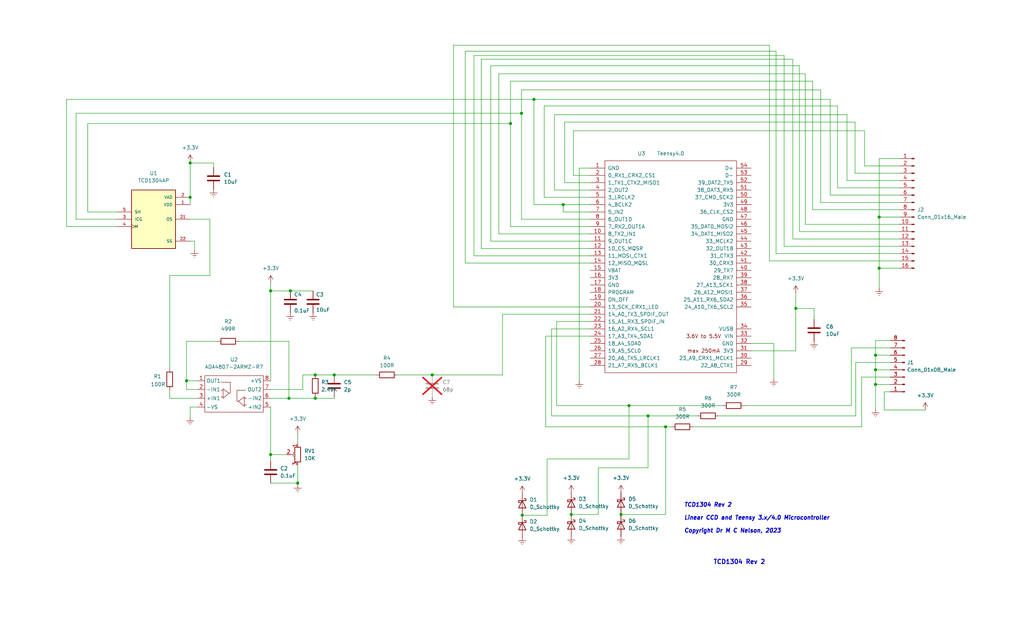
<source format=kicad_sch>
(kicad_sch (version 20231120) (generator "eeschema") (generator_version "8.0")
  (paper "USLegal")
  (lib_symbols
    (symbol "ADA4896-2:ADA4896-2"
      (property "Reference" "U" (at 0 5.08 0))
      (property "Value" "ADA4896-2" (at 0.508 7.874 0))
      (symbol "ADA4896-2_0_1"
        (polyline (pts (xy -3.81 -1.016) (xy -4.572 -1.016)))
        (polyline (pts (xy -3.81 1.27) (xy -4.572 1.27)))
        (polyline (pts (xy -3.81 1.27) (xy -3.81 1.27)))
        (polyline (pts (xy -2.032 4.064) (xy -4.572 4.064)))
        (polyline (pts (xy 3.556 -3.81) (xy 4.318 -3.81)))
        (polyline (pts (xy 3.556 -1.524) (xy 3.556 -1.524)))
        (polyline (pts (xy 3.556 -1.524) (xy 4.318 -1.524)))
        (polyline (pts (xy 4.064 1.27) (xy 1.778 1.27)))
        (polyline (pts (xy -3.81 1.778) (xy -3.81 -1.524) (xy -1.778 0.254) (xy -3.81 1.778)))
        (polyline (pts (xy -1.778 0.254) (xy -1.27 0.254) (xy -1.27 4.064) (xy -2.032 4.064)))
        (polyline (pts (xy 1.524 -2.54) (xy 1.016 -2.54) (xy 1.016 1.27) (xy 1.778 1.27)))
        (polyline (pts (xy 3.556 -1.016) (xy 3.556 -4.318) (xy 1.524 -2.54) (xy 3.556 -1.016)))
        (polyline (pts (xy -10.16 6.35) (xy -10.16 -6.35) (xy 10.16 -6.35) (xy 10.16 6.35) (xy -10.16 6.35)))
        (pin output line (at -12.7 4.572 0) (length 2.54) (name "OUT1") (number "1"))
        (pin input line (at -12.7 1.524 0) (length 2.54) (name "-IN1") (number "2"))
        (pin input line (at -12.7 -1.524 0) (length 2.54) (name "+IN1") (number "3"))
        (pin power_in line (at -12.7 -4.572 0) (length 2.54) (name "-VS") (number "4"))
        (pin input line (at 12.7 -4.572 180) (length 2.54) (name "+IN2") (number "5"))
        (pin input line (at 12.7 -1.524 180) (length 2.54) (name "-IN2") (number "6"))
        (pin output line (at 12.7 1.524 180) (length 2.54) (name "OUT2") (number "7"))
        (pin power_in line (at 12.7 4.572 180) (length 2.54) (name "+VS") (number "8"))
      )
    )
    (symbol "Connector:Conn_01x08_Male" (pin_names (offset 1.016) hide)
      (property "Reference" "J" (at 0 10.16 0))
      (property "Value" "Conn_01x08_Male" (at 0 -12.7 0))
      (symbol "Conn_01x08_Male_1_1"
        (polyline (pts (xy 1.27 -10.16) (xy 0.8636 -10.16)) (stroke (width 0.1524)))
        (polyline (pts (xy 1.27 -7.62) (xy 0.8636 -7.62)) (stroke (width 0.1524)))
        (polyline (pts (xy 1.27 -5.08) (xy 0.8636 -5.08)) (stroke (width 0.1524)))
        (polyline (pts (xy 1.27 -2.54) (xy 0.8636 -2.54)) (stroke (width 0.1524)))
        (polyline (pts (xy 1.27 0) (xy 0.8636 0)) (stroke (width 0.1524)))
        (polyline (pts (xy 1.27 2.54) (xy 0.8636 2.54)) (stroke (width 0.1524)))
        (polyline (pts (xy 1.27 5.08) (xy 0.8636 5.08)) (stroke (width 0.1524)))
        (polyline (pts (xy 1.27 7.62) (xy 0.8636 7.62)) (stroke (width 0.1524)))
        (rectangle (start 0.8636 -10.033) (end 0 -10.287) (stroke (width 0.1524)) (fill (type outline)))
        (rectangle (start 0.8636 -7.493) (end 0 -7.747) (stroke (width 0.1524)) (fill (type outline)))
        (rectangle (start 0.8636 -4.953) (end 0 -5.207) (stroke (width 0.1524)) (fill (type outline)))
        (rectangle (start 0.8636 -2.413) (end 0 -2.667) (stroke (width 0.1524)) (fill (type outline)))
        (rectangle (start 0.8636 0.127) (end 0 -0.127) (stroke (width 0.1524)) (fill (type outline)))
        (rectangle (start 0.8636 2.667) (end 0 2.413) (stroke (width 0.1524)) (fill (type outline)))
        (rectangle (start 0.8636 5.207) (end 0 4.953) (stroke (width 0.1524)) (fill (type outline)))
        (rectangle (start 0.8636 7.747) (end 0 7.493) (stroke (width 0.1524)) (fill (type outline)))
        (pin passive line (at 5.08 7.62 180) (length 3.81) (name "Pin_1") (number "1"))
        (pin passive line (at 5.08 5.08 180) (length 3.81) (name "Pin_2") (number "2"))
        (pin passive line (at 5.08 2.54 180) (length 3.81) (name "Pin_3") (number "3"))
        (pin passive line (at 5.08 0 180) (length 3.81) (name "Pin_4") (number "4"))
        (pin passive line (at 5.08 -2.54 180) (length 3.81) (name "Pin_5") (number "5"))
        (pin passive line (at 5.08 -5.08 180) (length 3.81) (name "Pin_6") (number "6"))
        (pin passive line (at 5.08 -7.62 180) (length 3.81) (name "Pin_7") (number "7"))
        (pin passive line (at 5.08 -10.16 180) (length 3.81) (name "Pin_8") (number "8"))
      )
    )
    (symbol "Connector:Conn_01x16_Male" (pin_names (offset 1.016) hide)
      (property "Reference" "J" (at 0 20.32 0))
      (property "Value" "Conn_01x16_Male" (at 0 -22.86 0))
      (symbol "Conn_01x16_Male_1_1"
        (polyline (pts (xy 1.27 -20.32) (xy 0.8636 -20.32)) (stroke (width 0.1524)))
        (polyline (pts (xy 1.27 -17.78) (xy 0.8636 -17.78)) (stroke (width 0.1524)))
        (polyline (pts (xy 1.27 -15.24) (xy 0.8636 -15.24)) (stroke (width 0.1524)))
        (polyline (pts (xy 1.27 -12.7) (xy 0.8636 -12.7)) (stroke (width 0.1524)))
        (polyline (pts (xy 1.27 -10.16) (xy 0.8636 -10.16)) (stroke (width 0.1524)))
        (polyline (pts (xy 1.27 -7.62) (xy 0.8636 -7.62)) (stroke (width 0.1524)))
        (polyline (pts (xy 1.27 -5.08) (xy 0.8636 -5.08)) (stroke (width 0.1524)))
        (polyline (pts (xy 1.27 -2.54) (xy 0.8636 -2.54)) (stroke (width 0.1524)))
        (polyline (pts (xy 1.27 0) (xy 0.8636 0)) (stroke (width 0.1524)))
        (polyline (pts (xy 1.27 2.54) (xy 0.8636 2.54)) (stroke (width 0.1524)))
        (polyline (pts (xy 1.27 5.08) (xy 0.8636 5.08)) (stroke (width 0.1524)))
        (polyline (pts (xy 1.27 7.62) (xy 0.8636 7.62)) (stroke (width 0.1524)))
        (polyline (pts (xy 1.27 10.16) (xy 0.8636 10.16)) (stroke (width 0.1524)))
        (polyline (pts (xy 1.27 12.7) (xy 0.8636 12.7)) (stroke (width 0.1524)))
        (polyline (pts (xy 1.27 15.24) (xy 0.8636 15.24)) (stroke (width 0.1524)))
        (polyline (pts (xy 1.27 17.78) (xy 0.8636 17.78)) (stroke (width 0.1524)))
        (rectangle (start 0.8636 -20.193) (end 0 -20.447) (stroke (width 0.1524)) (fill (type outline)))
        (rectangle (start 0.8636 -17.653) (end 0 -17.907) (stroke (width 0.1524)) (fill (type outline)))
        (rectangle (start 0.8636 -15.113) (end 0 -15.367) (stroke (width 0.1524)) (fill (type outline)))
        (rectangle (start 0.8636 -12.573) (end 0 -12.827) (stroke (width 0.1524)) (fill (type outline)))
        (rectangle (start 0.8636 -10.033) (end 0 -10.287) (stroke (width 0.1524)) (fill (type outline)))
        (rectangle (start 0.8636 -7.493) (end 0 -7.747) (stroke (width 0.1524)) (fill (type outline)))
        (rectangle (start 0.8636 -4.953) (end 0 -5.207) (stroke (width 0.1524)) (fill (type outline)))
        (rectangle (start 0.8636 -2.413) (end 0 -2.667) (stroke (width 0.1524)) (fill (type outline)))
        (rectangle (start 0.8636 0.127) (end 0 -0.127) (stroke (width 0.1524)) (fill (type outline)))
        (rectangle (start 0.8636 2.667) (end 0 2.413) (stroke (width 0.1524)) (fill (type outline)))
        (rectangle (start 0.8636 5.207) (end 0 4.953) (stroke (width 0.1524)) (fill (type outline)))
        (rectangle (start 0.8636 7.747) (end 0 7.493) (stroke (width 0.1524)) (fill (type outline)))
        (rectangle (start 0.8636 10.287) (end 0 10.033) (stroke (width 0.1524)) (fill (type outline)))
        (rectangle (start 0.8636 12.827) (end 0 12.573) (stroke (width 0.1524)) (fill (type outline)))
        (rectangle (start 0.8636 15.367) (end 0 15.113) (stroke (width 0.1524)) (fill (type outline)))
        (rectangle (start 0.8636 17.907) (end 0 17.653) (stroke (width 0.1524)) (fill (type outline)))
        (pin passive line (at 5.08 17.78 180) (length 3.81) (name "Pin_1") (number "1"))
        (pin passive line (at 5.08 -5.08 180) (length 3.81) (name "Pin_10") (number "10"))
        (pin passive line (at 5.08 -7.62 180) (length 3.81) (name "Pin_11") (number "11"))
        (pin passive line (at 5.08 -10.16 180) (length 3.81) (name "Pin_12") (number "12"))
        (pin passive line (at 5.08 -12.7 180) (length 3.81) (name "Pin_13") (number "13"))
        (pin passive line (at 5.08 -15.24 180) (length 3.81) (name "Pin_14") (number "14"))
        (pin passive line (at 5.08 -17.78 180) (length 3.81) (name "Pin_15") (number "15"))
        (pin passive line (at 5.08 -20.32 180) (length 3.81) (name "Pin_16") (number "16"))
        (pin passive line (at 5.08 15.24 180) (length 3.81) (name "Pin_2") (number "2"))
        (pin passive line (at 5.08 12.7 180) (length 3.81) (name "Pin_3") (number "3"))
        (pin passive line (at 5.08 10.16 180) (length 3.81) (name "Pin_4") (number "4"))
        (pin passive line (at 5.08 7.62 180) (length 3.81) (name "Pin_5") (number "5"))
        (pin passive line (at 5.08 5.08 180) (length 3.81) (name "Pin_6") (number "6"))
        (pin passive line (at 5.08 2.54 180) (length 3.81) (name "Pin_7") (number "7"))
        (pin passive line (at 5.08 0 180) (length 3.81) (name "Pin_8") (number "8"))
        (pin passive line (at 5.08 -2.54 180) (length 3.81) (name "Pin_9") (number "9"))
      )
    )
    (symbol "D_Schottky_1" (pin_numbers hide) (pin_names (offset 1.016) hide)
      (property "Reference" "D?" (at -1.5876 2.54 90))
      (property "Value" "D_Schottky" (at 0.9524 2.54 90))
      (symbol "D_Schottky_1_0_1"
        (polyline (pts (xy 1.27 0) (xy -1.27 0)))
        (polyline (pts (xy 1.27 1.27) (xy 1.27 -1.27) (xy -1.27 0) (xy 1.27 1.27)) (stroke (width 0.254)))
        (polyline (pts (xy -1.905 0.635) (xy -1.905 1.27) (xy -1.27 1.27) (xy -1.27 -1.27) (xy -0.635 -1.27) (xy -0.635 -0.635)) (stroke (width 0.254)))
      )
      (symbol "D_Schottky_1_1_1"
        (pin passive line (at -3.81 0 0) (length 2.54) (name "K") (number "1"))
        (pin passive line (at 3.81 0 180) (length 2.54) (name "A") (number "2"))
      )
    )
    (symbol "Device:C" (pin_numbers hide) (pin_names (offset 0.254))
      (property "Reference" "C" (at 0.635 2.54 0))
      (property "Value" "C" (at 0.635 -2.54 0))
      (symbol "C_0_1"
        (polyline (pts (xy -2.032 -0.762) (xy 2.032 -0.762)) (stroke (width 0.508)))
        (polyline (pts (xy -2.032 0.762) (xy 2.032 0.762)) (stroke (width 0.508)))
      )
      (symbol "C_1_1"
        (pin passive line (at 0 3.81 270) (length 2.794) (name "~") (number "1"))
        (pin passive line (at 0 -3.81 90) (length 2.794) (name "~") (number "2"))
      )
    )
    (symbol "Device:R" (pin_numbers hide) (pin_names (offset 0))
      (property "Reference" "R" (at 2.032 0 90))
      (property "Value" "R" (at 0 0 90))
      (symbol "R_0_1"
        (rectangle (start -1.016 -2.54) (end 1.016 2.54) (stroke (width 0.254)))
      )
      (symbol "R_1_1"
        (pin passive line (at 0 3.81 270) (length 1.27) (name "~") (number "1"))
        (pin passive line (at 0 -3.81 90) (length 1.27) (name "~") (number "2"))
      )
    )
    (symbol "Device:R_Potentiometer_Trim" (pin_names (offset 1.016) hide)
      (property "Reference" "RV" (at -4.445 0 90))
      (property "Value" "R_Potentiometer_Trim" (at -2.54 0 90))
      (symbol "R_Potentiometer_Trim_0_1"
        (polyline (pts (xy 1.524 0.762) (xy 1.524 -0.762)))
        (polyline (pts (xy 2.54 0) (xy 1.524 0)))
        (rectangle (start 1.016 2.54) (end -1.016 -2.54) (stroke (width 0.254)))
      )
      (symbol "R_Potentiometer_Trim_1_1"
        (pin passive line (at 0 3.81 270) (length 1.27) (name "1") (number "1"))
        (pin passive line (at 3.81 0 180) (length 1.27) (name "2") (number "2"))
        (pin passive line (at 0 -3.81 90) (length 1.27) (name "3") (number "3"))
      )
    )
    (symbol "TCD1304AP:TCD1304AP" (pin_names (offset 1.016))
      (property "Reference" "U" (at -7.6308 10.6831 0))
      (property "Value" "TCD1304AP" (at -7.636 -12.7267 0))
      (symbol "TCD1304AP_0_0"
        (rectangle (start -7.62 -10.16) (end 7.62 10.16) (stroke (width 0.254)) (fill (type background)))
        (pin power_in line (at 12.7 5.08 180) (length 5.08) (name "VDD") (number "1"))
        (pin power_in line (at 12.7 7.62 180) (length 5.08) (name "VAD") (number "2"))
        (pin output line (at 12.7 0 180) (length 5.08) (name "OS") (number "21"))
        (pin power_in line (at 12.7 -7.62 180) (length 5.08) (name "SS") (number "22"))
        (pin input line (at -12.7 0 0) (length 5.08) (name "ICG") (number "3"))
        (pin input clock (at -12.7 -2.54 0) (length 5.08) (name "M") (number "4"))
        (pin input line (at -12.7 2.54 0) (length 5.08) (name "SH") (number "5"))
      )
    )
    (symbol "Teensy:Teensy4.0" (pin_names (offset 1.016))
      (property "Reference" "U" (at 0 39.37 0))
      (property "Value" "Teensy4.0" (at 0 -39.37 0))
      (symbol "Teensy4.0_0_0"
        (text "3.6V to 5.5V" (at 11.43 -24.13 0) (effects (font (size 1.27 1.27))))
        (text "max 250mA" (at 11.43 -29.21 0) (effects (font (size 1.27 1.27))))
        (pin bidirectional line (at -27.94 11.43 0) (length 5.08) (name "8_TX2_IN1") (number "10"))
        (pin bidirectional line (at -27.94 8.89 0) (length 5.08) (name "9_OUT1C") (number "11"))
        (pin bidirectional line (at -27.94 6.35 0) (length 5.08) (name "10_CS_MQSR") (number "12"))
        (pin bidirectional line (at -27.94 3.81 0) (length 5.08) (name "11_MOSI_CTX1") (number "13"))
        (pin bidirectional line (at -27.94 1.27 0) (length 5.08) (name "12_MISO_MQSL") (number "14"))
        (pin power_in line (at -27.94 -1.27 0) (length 5.08) (name "VBAT") (number "15"))
        (pin power_in line (at -27.94 -3.81 0) (length 5.08) (name "3V3") (number "16"))
        (pin power_in line (at -27.94 -6.35 0) (length 5.08) (name "GND") (number "17"))
        (pin input line (at -27.94 -8.89 0) (length 5.08) (name "PROGRAM") (number "18"))
        (pin input line (at -27.94 -11.43 0) (length 5.08) (name "ON_OFF") (number "19"))
        (pin bidirectional line (at -27.94 -13.97 0) (length 5.08) (name "13_SCK_CRX1_LED") (number "20"))
        (pin bidirectional line (at -27.94 -16.51 0) (length 5.08) (name "14_A0_TX3_SPDIF_OUT") (number "21"))
        (pin bidirectional line (at -27.94 -19.05 0) (length 5.08) (name "15_A1_RX3_SPDIF_IN") (number "22"))
        (pin bidirectional line (at -27.94 -21.59 0) (length 5.08) (name "16_A2_RX4_SCL1") (number "23"))
        (pin bidirectional line (at -27.94 -24.13 0) (length 5.08) (name "17_A3_TX4_SDA1") (number "24"))
        (pin bidirectional line (at -27.94 -26.67 0) (length 5.08) (name "18_A4_SDA0") (number "25"))
        (pin bidirectional line (at -27.94 -29.21 0) (length 5.08) (name "19_A5_SCL0") (number "26"))
        (pin bidirectional line (at -27.94 -31.75 0) (length 5.08) (name "20_A6_TX5_LRCLK1") (number "27"))
        (pin bidirectional line (at -27.94 -34.29 0) (length 5.08) (name "21_A7_RX5_BCLK1") (number "28"))
        (pin bidirectional line (at 27.94 -34.29 180) (length 5.08) (name "22_A8_CTX1") (number "29"))
        (pin bidirectional line (at 27.94 -31.75 180) (length 5.08) (name "23_A9_CRX1_MCLK1") (number "30"))
        (pin power_out line (at 27.94 -29.21 180) (length 5.08) (name "3V3") (number "31"))
        (pin power_in line (at 27.94 -26.67 180) (length 5.08) (name "GND") (number "32"))
        (pin power_in line (at 27.94 -24.13 180) (length 5.08) (name "VIN") (number "33"))
        (pin power_out line (at 27.94 -21.59 180) (length 5.08) (name "VUSB") (number "34"))
        (pin bidirectional line (at 27.94 -13.97 180) (length 5.08) (name "24_A10_TX6_SCL2") (number "35"))
        (pin bidirectional line (at 27.94 -11.43 180) (length 5.08) (name "25_A11_RX6_SDA2") (number "36"))
        (pin bidirectional line (at 27.94 -8.89 180) (length 5.08) (name "26_A12_MOSI1") (number "37"))
        (pin bidirectional line (at 27.94 -6.35 180) (length 5.08) (name "27_A13_SCK1") (number "38"))
        (pin bidirectional line (at 27.94 -3.81 180) (length 5.08) (name "28_RX7") (number "39"))
        (pin bidirectional line (at 27.94 -1.27 180) (length 5.08) (name "29_TX7") (number "40"))
        (pin bidirectional line (at 27.94 1.27 180) (length 5.08) (name "30_CRX3") (number "41"))
        (pin bidirectional line (at 27.94 3.81 180) (length 5.08) (name "31_CTX3") (number "42"))
        (pin bidirectional line (at 27.94 6.35 180) (length 5.08) (name "32_OUT1B") (number "43"))
        (pin bidirectional line (at 27.94 8.89 180) (length 5.08) (name "33_MCLK2") (number "44"))
        (pin bidirectional line (at 27.94 11.43 180) (length 5.08) (name "34_DAT1_MISO2") (number "45"))
        (pin bidirectional line (at 27.94 13.97 180) (length 5.08) (name "35_DAT0_MOSI2") (number "46"))
        (pin power_out line (at 27.94 16.51 180) (length 5.08) (name "GND") (number "47"))
        (pin bidirectional line (at 27.94 19.05 180) (length 5.08) (name "36_CLK_CS2") (number "48"))
        (pin power_out line (at 27.94 21.59 180) (length 5.08) (name "3V3") (number "49"))
        (pin bidirectional line (at -27.94 24.13 0) (length 5.08) (name "3_LRCLK2") (number "5"))
        (pin bidirectional line (at 27.94 24.13 180) (length 5.08) (name "37_CMD_SCK2") (number "50"))
        (pin bidirectional line (at 27.94 26.67 180) (length 5.08) (name "38_DAT3_RX5") (number "51"))
        (pin bidirectional line (at 27.94 29.21 180) (length 5.08) (name "39_DAT2_TX5") (number "52"))
        (pin bidirectional line (at 27.94 31.75 180) (length 5.08) (name "D-") (number "53"))
        (pin bidirectional line (at 27.94 34.29 180) (length 5.08) (name "D+") (number "54"))
        (pin bidirectional line (at -27.94 21.59 0) (length 5.08) (name "4_BCLK2") (number "6"))
        (pin bidirectional line (at -27.94 19.05 0) (length 5.08) (name "5_IN2") (number "7"))
        (pin bidirectional line (at -27.94 16.51 0) (length 5.08) (name "6_OUT1D") (number "8"))
        (pin bidirectional line (at -27.94 13.97 0) (length 5.08) (name "7_RX2_OUT1A") (number "9"))
      )
      (symbol "Teensy4.0_0_1"
        (rectangle (start -22.86 36.83) (end 22.86 -36.83))
        (rectangle (start -20.32 -31.75) (end -20.32 -31.75))
      )
      (symbol "Teensy4.0_1_1"
        (pin power_in line (at -27.94 34.29 0) (length 5.08) (name "GND") (number "1"))
        (pin bidirectional line (at -27.94 31.75 0) (length 5.08) (name "0_RX1_CRX2_CS1") (number "2"))
        (pin bidirectional line (at -27.94 29.21 0) (length 5.08) (name "1_TX1_CTX2_MISO1") (number "3"))
        (pin bidirectional line (at -27.94 26.67 0) (length 5.08) (name "2_OUT2") (number "4"))
      )
    )
    (symbol "power:+3.3V" (power) (pin_names (offset 0))
      (property "Value" "+3.3V" (at 0 3.556 0))
      (symbol "+3.3V_0_1"
        (polyline (pts (xy -0.762 1.27) (xy 0 2.54)))
        (polyline (pts (xy 0 0) (xy 0 2.54)))
        (polyline (pts (xy 0 2.54) (xy 0.762 1.27)))
      )
      (symbol "+3.3V_1_1"
        (pin power_in line (at 0 0 90) (length 0) hide (name "+3.3V") (number "1"))
      )
    )
    (symbol "power:Earth" (power) (pin_names (offset 0))
      (symbol "Earth_0_1"
        (polyline (pts (xy -0.635 -1.905) (xy 0.635 -1.905)))
        (polyline (pts (xy -0.127 -2.54) (xy 0.127 -2.54)))
        (polyline (pts (xy 0 -1.27) (xy 0 0)))
        (polyline (pts (xy 1.27 -1.27) (xy -1.27 -1.27)))
      )
      (symbol "Earth_1_1"
        (pin power_in line (at 0 0 270) (length 0) hide (name "Earth") (number "1"))
      )
    )
  )
  (junction (at 109.474 130.302))
  (junction (at 93.98 101.092))
  (junction (at 304.038 123.444))
  (junction (at 150.114 130.302))
  (junction (at 305.308 75.438))
  (junction (at 276.352 107.188))
  (junction (at 93.98 157.988))
  (junction (at 195.58 71.12))
  (junction (at 181.356 179.07))
  (junction (at 225.044 144.526))
  (junction (at 198.374 178.816))
  (junction (at 100.838 101.092))
  (junction (at 218.44 140.97))
  (junction (at 116.078 130.302))
  (junction (at 304.038 133.604))
  (junction (at 64.77 132.334))
  (junction (at 100.33 138.43))
  (junction (at 181.102 39.37))
  (junction (at 215.646 178.816))
  (junction (at 109.474 138.43))
  (junction (at 177.292 42.926))
  (junction (at 66.04 56.642))
  (junction (at 185.42 34.544))
  (junction (at 231.14 148.336))
  (junction (at 305.308 93.218))
  (junction (at 103.378 167.894))
  (junction (at 66.04 68.58))
  (junction (at 304.038 128.524))
  (wire (pts (xy 277.622 80.518) (xy 312.42 80.518)))
  (wire (pts (xy 67.564 83.82) (xy 67.564 86.868)))
  (wire (pts (xy 138.176 130.302) (xy 150.114 130.302)))
  (wire (pts (xy 66.04 145.034) (xy 66.04 141.478)))
  (wire (pts (xy 198.374 178.816) (xy 207.772 178.816)))
  (wire (pts (xy 312.42 85.598) (xy 272.288 85.598)))
  (wire (pts (xy 304.038 118.364) (xy 309.118 118.364)))
  (wire (pts (xy 304.038 123.444) (xy 309.118 123.444)))
  (wire (pts (xy 100.33 138.43) (xy 93.98 138.43)))
  (wire (pts (xy 260.858 121.92) (xy 276.352 121.92)))
  (wire (pts (xy 312.42 65.278) (xy 290.83 65.278)))
  (wire (pts (xy 189.992 159.512) (xy 189.992 179.07)))
  (wire (pts (xy 294.132 39.878) (xy 294.132 62.738)))
  (wire (pts (xy 68.58 138.43) (xy 58.928 138.43)))
  (wire (pts (xy 40.64 78.74) (xy 23.114 78.74)))
  (wire (pts (xy 290.83 65.278) (xy 290.83 36.83)))
  (wire (pts (xy 249.682 144.526) (xy 297.18 144.526)))
  (wire (pts (xy 66.04 56.388) (xy 66.04 56.642)))
  (wire (pts (xy 93.98 157.988) (xy 93.98 141.478)))
  (wire (pts (xy 231.14 148.336) (xy 189.484 148.336)))
  (wire (pts (xy 204.978 88.9) (xy 164.592 88.9)))
  (wire (pts (xy 204.978 66.04) (xy 192.532 66.04)))
  (wire (pts (xy 305.308 75.438) (xy 305.308 93.218)))
  (wire (pts (xy 297.18 144.526) (xy 297.18 125.984)))
  (wire (pts (xy 279.654 25.654) (xy 279.654 77.978)))
  (wire (pts (xy 204.978 76.2) (xy 181.102 76.2)))
  (wire (pts (xy 196.088 63.5) (xy 204.978 63.5)))
  (wire (pts (xy 276.352 107.188) (xy 276.352 101.854)))
  (wire (pts (xy 312.42 88.138) (xy 269.494 88.138)))
  (wire (pts (xy 116.078 138.43) (xy 116.078 137.922)))
  (wire (pts (xy 275.336 20.574) (xy 167.132 20.574)))
  (wire (pts (xy 74.168 58.166) (xy 74.168 56.642)))
  (wire (pts (xy 204.978 114.3) (xy 191.516 114.3)))
  (wire (pts (xy 150.114 130.302) (xy 174.498 130.302)))
  (wire (pts (xy 58.928 95.758) (xy 72.898 95.758)))
  (wire (pts (xy 296.926 60.198) (xy 296.926 42.418)))
  (wire (pts (xy 312.42 55.118) (xy 305.308 55.118)))
  (wire (pts (xy 181.102 31.242) (xy 284.988 31.242)))
  (wire (pts (xy 64.77 118.618) (xy 64.77 132.334)))
  (wire (pts (xy 189.484 116.84) (xy 204.978 116.84)))
  (wire (pts (xy 299.212 148.336) (xy 240.792 148.336)))
  (wire (pts (xy 305.308 55.118) (xy 305.308 75.438)))
  (wire (pts (xy 282.194 72.898) (xy 282.194 28.194)))
  (wire (pts (xy 267.208 15.748) (xy 267.208 90.678)))
  (wire (pts (xy 294.132 62.738) (xy 312.42 62.738)))
  (wire (pts (xy 66.04 68.58) (xy 66.04 71.12)))
  (wire (pts (xy 215.646 178.816) (xy 231.14 178.816)))
  (wire (pts (xy 99.568 157.988) (xy 93.98 157.988)))
  (wire (pts (xy 304.038 128.524) (xy 304.038 123.444)))
  (wire (pts (xy 177.292 42.926) (xy 177.292 78.74)))
  (wire (pts (xy 164.592 19.304) (xy 164.592 88.9)))
  (wire (pts (xy 277.622 22.86) (xy 277.622 80.518)))
  (wire (pts (xy 170.434 83.82) (xy 170.434 22.86)))
  (wire (pts (xy 105.156 130.302) (xy 109.474 130.302)))
  (wire (pts (xy 312.42 90.678) (xy 267.208 90.678)))
  (wire (pts (xy 161.544 17.78) (xy 269.494 17.78)))
  (wire (pts (xy 305.308 93.218) (xy 312.42 93.218)))
  (wire (pts (xy 275.336 20.574) (xy 275.336 83.058)))
  (wire (pts (xy 64.77 135.382) (xy 64.77 132.334)))
  (wire (pts (xy 204.978 81.28) (xy 173.228 81.28)))
  (wire (pts (xy 304.038 133.604) (xy 309.118 133.604)))
  (wire (pts (xy 300.228 57.658) (xy 312.42 57.658)))
  (wire (pts (xy 68.58 135.382) (xy 64.77 135.382)))
  (wire (pts (xy 23.114 34.544) (xy 185.42 34.544)))
  (wire (pts (xy 288.29 67.818) (xy 312.42 67.818)))
  (wire (pts (xy 304.038 128.524) (xy 309.118 128.524)))
  (wire (pts (xy 93.98 101.092) (xy 93.98 132.334)))
  (wire (pts (xy 297.18 125.984) (xy 309.118 125.984)))
  (wire (pts (xy 26.416 39.37) (xy 26.416 76.2)))
  (wire (pts (xy 307.086 142.494) (xy 321.31 142.494)))
  (wire (pts (xy 167.132 20.574) (xy 167.132 86.36)))
  (wire (pts (xy 188.976 68.58) (xy 204.978 68.58)))
  (wire (pts (xy 272.288 19.304) (xy 164.592 19.304)))
  (wire (pts (xy 295.656 140.97) (xy 258.572 140.97)))
  (wire (pts (xy 181.102 39.37) (xy 181.102 76.2)))
  (wire (pts (xy 177.292 28.194) (xy 177.292 42.926)))
  (wire (pts (xy 295.656 120.904) (xy 295.656 140.97)))
  (wire (pts (xy 167.132 86.36) (xy 204.978 86.36)))
  (wire (pts (xy 282.702 107.188) (xy 276.352 107.188)))
  (wire (pts (xy 191.516 144.526) (xy 225.044 144.526)))
  (wire (pts (xy 58.928 138.43) (xy 58.928 135.636)))
  (wire (pts (xy 177.292 78.74) (xy 204.978 78.74)))
  (wire (pts (xy 58.928 128.016) (xy 58.928 95.758)))
  (wire (pts (xy 304.038 133.604) (xy 304.038 128.524)))
  (wire (pts (xy 192.532 39.878) (xy 294.132 39.878)))
  (wire (pts (xy 199.136 60.96) (xy 199.136 45.466)))
  (wire (pts (xy 103.378 161.798) (xy 103.378 167.894)))
  (wire (pts (xy 30.48 73.66) (xy 40.64 73.66)))
  (wire (pts (xy 100.33 118.618) (xy 100.33 138.43)))
  (wire (pts (xy 185.42 34.544) (xy 185.42 71.12)))
  (wire (pts (xy 109.474 137.922) (xy 109.474 138.43)))
  (wire (pts (xy 268.732 119.38) (xy 268.732 131.572)))
  (wire (pts (xy 272.288 19.304) (xy 272.288 85.598)))
  (wire (pts (xy 204.978 83.82) (xy 170.434 83.82)))
  (wire (pts (xy 288.29 34.544) (xy 288.29 67.818)))
  (wire (pts (xy 193.294 140.97) (xy 193.294 111.76)))
  (wire (pts (xy 312.42 72.898) (xy 282.194 72.898)))
  (wire (pts (xy 26.416 76.2) (xy 40.64 76.2)))
  (wire (pts (xy 103.378 167.894) (xy 103.378 168.402)))
  (wire (pts (xy 193.294 111.76) (xy 204.978 111.76)))
  (wire (pts (xy 83.058 118.618) (xy 100.33 118.618)))
  (wire (pts (xy 181.102 39.37) (xy 181.102 31.242)))
  (wire (pts (xy 296.926 42.418) (xy 196.088 42.418)))
  (wire (pts (xy 196.088 42.418) (xy 196.088 63.5)))
  (wire (pts (xy 290.83 36.83) (xy 188.976 36.83)))
  (wire (pts (xy 312.42 60.198) (xy 296.926 60.198)))
  (wire (pts (xy 109.474 138.43) (xy 116.078 138.43)))
  (wire (pts (xy 93.98 167.894) (xy 103.378 167.894)))
  (wire (pts (xy 305.308 93.218) (xy 305.308 100.076)))
  (wire (pts (xy 161.544 91.44) (xy 161.544 17.78)))
  (wire (pts (xy 26.416 39.37) (xy 181.102 39.37)))
  (wire (pts (xy 188.976 36.83) (xy 188.976 68.58)))
  (wire (pts (xy 225.044 162.56) (xy 207.772 162.56)))
  (wire (pts (xy 204.978 71.12) (xy 195.58 71.12)))
  (wire (pts (xy 307.086 136.144) (xy 307.086 142.494)))
  (wire (pts (xy 195.58 71.12) (xy 195.58 73.66)))
  (wire (pts (xy 199.136 45.466) (xy 300.228 45.466)))
  (wire (pts (xy 300.228 45.466) (xy 300.228 57.658)))
  (wire (pts (xy 204.978 91.44) (xy 161.544 91.44)))
  (wire (pts (xy 66.04 83.82) (xy 67.564 83.82)))
  (wire (pts (xy 195.58 73.66) (xy 204.978 73.66)))
  (wire (pts (xy 116.078 130.302) (xy 130.556 130.302)))
  (wire (pts (xy 282.702 107.188) (xy 282.702 110.998)))
  (wire (pts (xy 225.044 144.526) (xy 242.062 144.526)))
  (wire (pts (xy 207.772 162.56) (xy 207.772 178.816)))
  (wire (pts (xy 72.898 95.758) (xy 72.898 76.2)))
  (wire (pts (xy 109.474 130.302) (xy 116.078 130.302)))
  (wire (pts (xy 282.194 28.194) (xy 177.292 28.194)))
  (wire (pts (xy 279.654 77.978) (xy 312.42 77.978)))
  (wire (pts (xy 304.038 133.604) (xy 304.038 142.24)))
  (wire (pts (xy 174.498 130.302) (xy 174.498 109.22)))
  (wire (pts (xy 30.48 42.926) (xy 30.48 73.66)))
  (wire (pts (xy 309.118 136.144) (xy 307.086 136.144)))
  (wire (pts (xy 105.156 135.382) (xy 105.156 130.302)))
  (wire (pts (xy 157.48 106.68) (xy 204.978 106.68)))
  (wire (pts (xy 75.438 118.618) (xy 64.77 118.618)))
  (wire (pts (xy 193.294 140.97) (xy 218.44 140.97)))
  (wire (pts (xy 173.228 25.654) (xy 279.654 25.654)))
  (wire (pts (xy 218.44 140.97) (xy 218.44 159.512)))
  (wire (pts (xy 299.212 131.064) (xy 309.118 131.064)))
  (wire (pts (xy 233.172 148.336) (xy 231.14 148.336)))
  (wire (pts (xy 181.356 179.07) (xy 189.992 179.07)))
  (wire (pts (xy 284.988 31.242) (xy 284.988 70.358)))
  (wire (pts (xy 174.498 109.22) (xy 204.978 109.22)))
  (wire (pts (xy 66.04 76.2) (xy 72.898 76.2)))
  (wire (pts (xy 204.978 60.96) (xy 199.136 60.96)))
  (wire (pts (xy 260.858 119.38) (xy 268.732 119.38)))
  (wire (pts (xy 299.212 131.064) (xy 299.212 148.336)))
  (wire (pts (xy 93.98 157.988) (xy 93.98 160.274)))
  (wire (pts (xy 250.952 140.97) (xy 218.44 140.97)))
  (wire (pts (xy 191.516 114.3) (xy 191.516 144.526)))
  (wire (pts (xy 30.48 42.926) (xy 177.292 42.926)))
  (wire (pts (xy 23.114 78.74) (xy 23.114 34.544)))
  (wire (pts (xy 192.532 66.04) (xy 192.532 39.878)))
  (wire (pts (xy 157.48 15.748) (xy 267.208 15.748)))
  (wire (pts (xy 170.434 22.86) (xy 277.622 22.86)))
  (wire (pts (xy 93.98 98.298) (xy 93.98 101.092)))
  (wire (pts (xy 74.168 56.642) (xy 66.04 56.642)))
  (wire (pts (xy 276.352 121.92) (xy 276.352 107.188)))
  (wire (pts (xy 231.14 148.336) (xy 231.14 178.816)))
  (wire (pts (xy 93.98 135.382) (xy 105.156 135.382)))
  (wire (pts (xy 309.118 120.904) (xy 295.656 120.904)))
  (wire (pts (xy 157.48 106.68) (xy 157.48 15.748)))
  (wire (pts (xy 201.168 132.334) (xy 201.168 58.42)))
  (wire (pts (xy 185.42 71.12) (xy 195.58 71.12)))
  (wire (pts (xy 189.992 159.512) (xy 218.44 159.512)))
  (wire (pts (xy 66.04 56.642) (xy 66.04 68.58)))
  (wire (pts (xy 108.712 101.092) (xy 100.838 101.092)))
  (wire (pts (xy 201.168 58.42) (xy 204.978 58.42)))
  (wire (pts (xy 275.336 83.058) (xy 312.42 83.058)))
  (wire (pts (xy 64.77 132.334) (xy 68.58 132.334)))
  (wire (pts (xy 269.494 17.78) (xy 269.494 88.138)))
  (wire (pts (xy 93.98 101.092) (xy 100.838 101.092)))
  (wire (pts (xy 284.988 70.358) (xy 312.42 70.358)))
  (wire (pts (xy 103.378 150.622) (xy 103.378 154.178)))
  (wire (pts (xy 225.044 144.526) (xy 225.044 162.56)))
  (wire (pts (xy 189.484 148.336) (xy 189.484 116.84)))
  (wire (pts (xy 305.308 75.438) (xy 312.42 75.438)))
  (wire (pts (xy 100.33 138.43) (xy 109.474 138.43)))
  (wire (pts (xy 185.42 34.544) (xy 288.29 34.544)))
  (wire (pts (xy 304.038 123.444) (xy 304.038 118.364)))
  (wire (pts (xy 173.228 81.28) (xy 173.228 25.654)))
  (wire (pts (xy 66.04 141.478) (xy 68.58 141.478)))
  (text "TCD1304 Rev 2\n\nLinear CCD and Teensy 3.x/4.0 Microcontroller\n\nCopyright Dr M C Nelson, 2023" (at 237.49 185.42 0) (effects (font (size 1.397 1.397) (thickness 0.3048) (bold yes) (italic yes)) (justify left bottom)))
  (text "TCD1304 Rev 2" (at 247.65 196.342 0) (effects (font (size 1.524 1.524) (thickness 0.3048) (bold yes)) (justify left bottom)))
  (symbol (lib_id "power:Earth") (at 305.308 100.076 0) (mirror y) (unit 1)
    (property "Reference" "#PWR020" (effects (hide yes)))
    (property "Value" "Earth" (effects (hide yes)))
  )
  (symbol (lib_id "Device:R") (at 58.928 131.826 0) (unit 1)
    (property "Reference" "R1" (at 53.34 130.81 0) (effects (justify left)))
    (property "Value" "100R" (at 52.324 133.604 0) (effects (justify left)))
    (property "Footprint" "Resistor_SMD:R_0603_1608Metric" (effects (hide yes)))
    (property "Description" "RES 100 OHM 1% 1/8W 0603" (effects (hide yes)))
    (property "Digikey" "2019-RK73H1JTTD1000FCT-ND" (effects (hide yes)))
  )
  (symbol (lib_id "ADA4896-2:ADA4896-2") (at 81.28 136.906 0) (unit 1)
    (property "Reference" "U2" (at 81.28 124.968 0))
    (property "Value" "ADA4807-2ARMZ-R7" (at 81.28 127.508 0))
    (property "Footprint" "Package_SO:MSOP-8_3x3mm_P0.65mm" (effects (hide yes)))
    (property "Description" "IC VOLTAGE FEEDBACK 2 CIRC 8MSOP" (effects (hide yes)))
    (property "Digikey" "ADA4807-2ARMZ-R7CT-ND" (effects (hide yes)))
  )
  (symbol (lib_id "Device:C") (at 282.702 114.808 0) (unit 1)
    (property "Reference" "C6" (at 286.766 113.5379 0) (effects (justify left)))
    (property "Value" "10uF" (at 286.766 116.0779 0) (effects (justify left)))
    (property "Footprint" "Capacitor_SMD:C_0603_1608Metric" (effects (hide yes)))
    (property "Description" "CAP CER 10UF 16V X5R 0603" (effects (hide yes)))
    (property "Digikey" "490-12317-1-ND" (effects (hide yes)))
  )
  (symbol (lib_id "Device:R") (at 79.248 118.618 90) (unit 1)
    (property "Reference" "R2" (at 79.248 111.76 90))
    (property "Value" "499R" (at 79.248 114.3 90))
    (property "Footprint" "Resistor_SMD:R_0603_1608Metric" (effects (hide yes)))
    (property "Description" "RES 499 OHM 1% 1/8W 0603" (effects (hide yes)))
    (property "Digikey" "2019-RK73H1JTTD4990FCT-ND" (effects (hide yes)))
  )
  (symbol (lib_id "power:Earth") (at 201.168 132.334 0) (mirror y) (unit 1)
    (property "Reference" "#PWR013" (effects (hide yes)))
    (property "Value" "Earth" (effects (hide yes)))
  )
  (symbol (lib_id "Device:C") (at 74.168 61.976 0) (unit 1)
    (property "Reference" "C1" (at 77.724 60.7059 0) (effects (justify left)))
    (property "Value" "10uF" (at 77.724 63.2459 0) (effects (justify left)))
    (property "Footprint" "Capacitor_SMD:C_0603_1608Metric" (effects (hide yes)))
    (property "Description" "CAP CER 10UF 16V X5R 0603" (effects (hide yes)))
    (property "Digikey" "490-12317-1-ND" (effects (hide yes)))
  )
  (symbol (lib_id "power:Earth") (at 103.378 168.402 0) (mirror y) (unit 1)
    (property "Reference" "#PWR08" (effects (hide yes)))
    (property "Value" "Earth" (effects (hide yes)))
  )
  (symbol (lib_id "Device:C") (at 150.114 134.112 0) (unit 1) (dnp yes)
    (property "Reference" "C7" (at 153.67 132.8419 0) (effects (justify left)))
    (property "Value" "68p" (at 153.67 135.3819 0) (effects (justify left)))
    (property "Footprint" "Capacitor_SMD:C_0603_1608Metric" (effects (hide yes)))
    (property "Description" "CAP CER 0603 1NF 16V X7R 5%" (effects (hide yes)))
    (property "Digikey" "1276-1135-1-ND" (effects (hide yes)))
  )
  (symbol (lib_id "Device:R_Potentiometer_Trim") (at 103.378 157.988 0) (mirror y) (unit 1)
    (property "Reference" "RV1" (at 105.664 156.7179 0) (effects (justify right)))
    (property "Value" "10K" (at 105.664 159.2579 0) (effects (justify right)))
    (property "Footprint" "BournsTrimPot_3296W-1-502LF:TRIM_3296W-1-502LF" (effects (hide yes)))
    (property "Description" "TRIMMER 10K OHM 0.5W PC PIN TOP" (effects (hide yes)))
    (property "Digikey" "3296W-103LF-ND" (effects (hide yes)))
  )
  (symbol (lib_name "D_Schottky_1") (lib_id "Device:D_Schottky") (at 181.356 175.26 270) (unit 1)
    (property "Reference" "D1" (at 183.896 173.6724 90) (effects (justify left)))
    (property "Value" "D_Schottky" (at 183.896 176.2124 90) (effects (justify left)))
    (property "Footprint" "Diode_SMD:D_SOD-323" (effects (hide yes)))
    (property "Description" "DIODE SCHOTTKY 30V 200MA USC" (effects (hide yes)))
    (property "Digikey" "CUS520H3FCT-ND" (effects (hide yes)))
  )
  (symbol (lib_id "power:Earth") (at 181.356 186.69 0) (mirror y) (unit 1)
    (property "Reference" "#PWR010" (effects (hide yes)))
    (property "Value" "Earth" (effects (hide yes)))
  )
  (symbol (lib_id "power:+3.3V") (at 215.646 171.196 0) (unit 1)
    (property "Reference" "#PWR014" (effects (hide yes)))
    (property "Value" "+3.3V" (at 215.646 166.116 0))
  )
  (symbol (lib_id "Connector:Conn_01x16_Male") (at 317.5 72.898 0) (mirror y) (unit 1)
    (property "Reference" "J2" (at 318.516 72.8979 0) (effects (justify right)))
    (property "Value" "Conn_01x16_Male" (at 318.516 75.4379 0) (effects (justify right)))
    (property "Footprint" "Connector_PinHeader_2.54mm:PinHeader_1x16_P2.54mm_Vertical" (effects (hide yes)))
    (property "Description" "CONN HEADER VERT 16POS 2.54MM" (effects (hide yes)))
    (property "Digikey" "3M156268-16-ND" (effects (hide yes)))
  )
  (symbol (lib_name "D_Schottky_1") (lib_id "Device:D_Schottky") (at 215.646 175.006 270) (unit 1)
    (property "Reference" "D5" (at 218.186 173.4184 90) (effects (justify left)))
    (property "Value" "D_Schottky" (at 218.186 175.9584 90) (effects (justify left)))
    (property "Footprint" "Diode_SMD:D_SOD-323" (effects (hide yes)))
    (property "Description" "DIODE SCHOTTKY 30V 200MA USC" (effects (hide yes)))
    (property "Digikey" "CUS520H3FCT-ND" (effects (hide yes)))
  )
  (symbol (lib_id "Device:R") (at 254.762 140.97 270) (unit 1)
    (property "Reference" "R7" (at 254.762 134.62 90))
    (property "Value" "300R" (at 254.762 137.16 90))
    (property "Footprint" "Resistor_SMD:R_0603_1608Metric" (effects (hide yes)))
    (property "Description" "RES 300 OHM 1% 1/8W 0603" (effects (hide yes)))
    (property "Digikey" "2019-RK73H1JTTD3000FCT-ND" (effects (hide yes)))
  )
  (symbol (lib_id "Connector:Conn_01x08_Male") (at 314.198 128.524 180) (unit 1)
    (property "Reference" "J1" (at 314.96 125.9839 0) (effects (justify right)))
    (property "Value" "Conn_01x08_Male" (at 314.96 128.5239 0) (effects (justify right)))
    (property "Footprint" "Connector_PinHeader_2.54mm:PinHeader_1x08_P2.54mm_Vertical" (effects (hide yes)))
    (property "Description" "CONN HEADER VERT 8POS 2.54MM" (effects (hide yes)))
    (property "Digikey" "3M156268-08-ND" (effects (hide yes)))
  )
  (symbol (lib_id "power:+3.3V") (at 276.352 101.854 0) (unit 1)
    (property "Reference" "#PWR017" (effects (hide yes)))
    (property "Value" "+3.3V" (at 276.352 96.774 0))
  )
  (symbol (lib_name "D_Schottky_1") (lib_id "Device:D_Schottky") (at 215.646 182.626 270) (unit 1)
    (property "Reference" "D6" (at 218.186 181.0384 90) (effects (justify left)))
    (property "Value" "D_Schottky" (at 218.186 183.5784 90) (effects (justify left)))
    (property "Footprint" "Diode_SMD:D_SOD-323" (effects (hide yes)))
    (property "Description" "DIODE SCHOTTKY 30V 200MA USC" (effects (hide yes)))
    (property "Digikey" "CUS520H3FCT-ND" (effects (hide yes)))
  )
  (symbol (lib_id "power:Earth") (at 268.732 131.572 0) (mirror y) (unit 1)
    (property "Reference" "#PWR016" (effects (hide yes)))
    (property "Value" "Earth" (effects (hide yes)))
  )
  (symbol (lib_id "Device:R") (at 109.474 134.112 0) (unit 1)
    (property "Reference" "R3" (at 111.506 132.8419 0) (effects (justify left)))
    (property "Value" "2.49K" (at 111.506 135.3819 0) (effects (justify left)))
    (property "Footprint" "Resistor_SMD:R_0603_1608Metric" (effects (hide yes)))
    (property "Description" "RES 2.49K OHM 1% 1/10W 0603" (effects (hide yes)))
    (property "Digikey" "311-2.49KHRCT-ND" (effects (hide yes)))
  )
  (symbol (lib_id "power:Earth") (at 67.564 86.868 0) (mirror y) (unit 1)
    (property "Reference" "#PWR03" (effects (hide yes)))
    (property "Value" "Earth" (effects (hide yes)))
  )
  (symbol (lib_id "Device:C") (at 100.838 104.902 0) (unit 1)
    (property "Reference" "C4" (at 102.108 102.362 0) (effects (justify left)))
    (property "Value" "0.1uF" (at 102.108 107.95 0) (effects (justify left)))
    (property "Footprint" "Capacitor_SMD:C_0603_1608Metric" (effects (hide yes)))
    (property "Description" "CAP CER 0.1UF 25V X7R 0603" (effects (hide yes)))
    (property "Digikey" "399-C0603X104J3RACAUTOCT-ND" (effects (hide yes)))
  )
  (symbol (lib_id "Device:R") (at 236.982 148.336 270) (unit 1)
    (property "Reference" "R5" (at 236.982 142.24 90))
    (property "Value" "300R" (at 236.982 144.78 90))
    (property "Footprint" "Resistor_SMD:R_0603_1608Metric" (effects (hide yes)))
    (property "Description" "RES 300 OHM 1% 1/8W 0603" (effects (hide yes)))
    (property "Digikey" "2019-RK73H1JTTD3000FCT-ND" (effects (hide yes)))
  )
  (symbol (lib_id "power:Earth") (at 66.04 145.034 0) (mirror y) (unit 1)
    (property "Reference" "#PWR02" (effects (hide yes)))
    (property "Value" "Earth" (effects (hide yes)))
  )
  (symbol (lib_id "power:Earth") (at 150.114 137.922 0) (mirror y) (unit 1)
    (property "Reference" "#PWR0101" (effects (hide yes)))
    (property "Value" "Earth" (effects (hide yes)))
  )
  (symbol (lib_id "TCD1304AP:TCD1304AP") (at 53.34 76.2 0) (unit 1)
    (property "Reference" "U1" (at 53.34 60.198 0))
    (property "Value" "TCD1304AP" (at 53.34 62.738 0))
    (property "Footprint" "DIP1016W47P254L4210H372Q22" (effects (hide yes)))
    (property "Description" "CONN IC DIP SOCKET 22POS GOLD" (effects (hide yes)))
    (property "MANUFACTURER" "Toshiba" (effects (hide yes)))
    (property "Digikey" "110-87-422-41-001101" (effects (hide yes)))
  )
  (symbol (lib_id "Device:C") (at 93.98 164.084 0) (unit 1)
    (property "Reference" "C2" (at 97.282 162.8139 0) (effects (justify left)))
    (property "Value" "0.1uF" (at 97.282 165.3539 0) (effects (justify left)))
    (property "Footprint" "Capacitor_SMD:C_0603_1608Metric" (effects (hide yes)))
    (property "Description" "CAP CER 0.1UF 25V X7R 0603" (effects (hide yes)))
    (property "Digikey" "399-C0603X104J3RACAUTOCT-ND" (effects (hide yes)))
  )
  (symbol (lib_id "power:Earth") (at 282.702 118.618 0) (mirror y) (unit 1)
    (property "Reference" "#PWR018" (effects (hide yes)))
    (property "Value" "Earth" (effects (hide yes)))
  )
  (symbol (lib_id "power:Earth") (at 198.374 186.436 0) (mirror y) (unit 1)
    (property "Reference" "#PWR012" (effects (hide yes)))
    (property "Value" "Earth" (effects (hide yes)))
  )
  (symbol (lib_id "power:Earth") (at 100.838 108.712 0) (mirror y) (unit 1)
    (property "Reference" "#PWR022" (effects (hide yes)))
    (property "Value" "Earth" (effects (hide yes)))
  )
  (symbol (lib_id "power:+3.3V") (at 321.31 142.494 0) (unit 1)
    (property "Reference" "#PWR021" (effects (hide yes)))
    (property "Value" "+3.3V" (at 321.31 137.414 0))
  )
  (symbol (lib_id "Teensy:Teensy4.0") (at 232.918 92.71 0) (unit 1)
    (property "Reference" "U3" (at 222.758 53.34 0))
    (property "Value" "Teensy4.0" (at 232.918 53.34 0))
    (property "Footprint" "teensy_footprints:Teensy40" (effects (hide yes)))
    (property "Description" "Teensy4.0" (effects (hide yes)))
    (property "Digikey" "1568-DEV-16997-ND" (effects (hide yes)))
  )
  (symbol (lib_id "power:+3.3V") (at 93.98 98.298 0) (unit 1)
    (property "Reference" "#PWR05" (effects (hide yes)))
    (property "Value" "+3.3V" (at 93.98 93.218 0))
  )
  (symbol (lib_id "power:+3.3V") (at 198.374 171.196 0) (unit 1)
    (property "Reference" "#PWR011" (effects (hide yes)))
    (property "Value" "+3.3V" (at 198.374 166.116 0))
  )
  (symbol (lib_name "D_Schottky_1") (lib_id "Device:D_Schottky") (at 181.356 182.88 270) (unit 1)
    (property "Reference" "D2" (at 183.896 181.2924 90) (effects (justify left)))
    (property "Value" "D_Schottky" (at 183.896 183.8324 90) (effects (justify left)))
    (property "Footprint" "Diode_SMD:D_SOD-323" (effects (hide yes)))
    (property "Description" "DIODE SCHOTTKY 30V 200MA USC" (effects (hide yes)))
    (property "Digikey" "CUS520H3FCT-ND" (effects (hide yes)))
  )
  (symbol (lib_id "Device:C") (at 108.712 104.902 0) (unit 1)
    (property "Reference" "C3" (at 109.728 102.362 0) (effects (justify left)))
    (property "Value" "10uF" (at 109.728 107.696 0) (effects (justify left)))
    (property "Footprint" "Capacitor_SMD:C_0603_1608Metric" (effects (hide yes)))
    (property "Description" "CAP CER 10UF 16V X5R 0603" (effects (hide yes)))
    (property "Digikey" "490-12317-1-ND" (effects (hide yes)))
  )
  (symbol (lib_id "power:+3.3V") (at 103.378 150.622 0) (unit 1)
    (property "Reference" "#PWR07" (effects (hide yes)))
    (property "Value" "+3.3V" (at 103.378 145.542 0))
  )
  (symbol (lib_id "Device:R") (at 134.366 130.302 90) (unit 1)
    (property "Reference" "R4" (at 134.366 124.46 90))
    (property "Value" "100R" (at 134.366 127 90))
    (property "Footprint" "Resistor_SMD:R_0603_1608Metric" (effects (hide yes)))
    (property "Description" "RES 100 OHM 1% 1/8W 0603" (effects (hide yes)))
    (property "Digikey" "2019-RK73H1JTTD1000FCT-ND" (effects (hide yes)))
  )
  (symbol (lib_id "power:Earth") (at 108.712 108.712 0) (mirror y) (unit 1)
    (property "Reference" "#PWR06" (effects (hide yes)))
    (property "Value" "Earth" (effects (hide yes)))
  )
  (symbol (lib_id "power:Earth") (at 74.168 65.786 0) (mirror y) (unit 1)
    (property "Reference" "#PWR04" (effects (hide yes)))
    (property "Value" "Earth" (effects (hide yes)))
  )
  (symbol (lib_name "D_Schottky_1") (lib_id "Device:D_Schottky") (at 198.374 175.006 270) (unit 1)
    (property "Reference" "D3" (at 200.914 173.4184 90) (effects (justify left)))
    (property "Value" "D_Schottky" (at 200.914 175.9584 90) (effects (justify left)))
    (property "Footprint" "Diode_SMD:D_SOD-323" (effects (hide yes)))
    (property "Description" "DIODE SCHOTTKY 30V 200MA USC" (effects (hide yes)))
    (property "Digikey" "CUS520H3FCT-ND" (effects (hide yes)))
  )
  (symbol (lib_id "power:Earth") (at 304.038 142.24 0) (mirror y) (unit 1)
    (property "Reference" "#PWR019" (effects (hide yes)))
    (property "Value" "Earth" (effects (hide yes)))
  )
  (symbol (lib_id "power:+3.3V") (at 181.356 171.45 0) (unit 1)
    (property "Reference" "#PWR09" (effects (hide yes)))
    (property "Value" "+3.3V" (at 181.356 166.37 0))
  )
  (symbol (lib_id "power:+3.3V") (at 66.04 56.388 0) (unit 1)
    (property "Reference" "#PWR01" (effects (hide yes)))
    (property "Value" "+3.3V" (at 66.04 51.308 0))
  )
  (symbol (lib_id "Device:C") (at 116.078 134.112 0) (unit 1)
    (property "Reference" "C5" (at 119.38 132.8419 0) (effects (justify left)))
    (property "Value" "2p" (at 119.38 135.3819 0) (effects (justify left)))
    (property "Footprint" "Capacitor_SMD:C_0603_1608Metric" (effects (hide yes)))
    (property "Description" "CAP CER 2PF 250V C0G/NP0 0603" (effects (hide yes)))
    (property "Digikey" "1284-1196-1-ND" (effects (hide yes)))
  )
  (symbol (lib_id "power:Earth") (at 215.646 186.436 0) (mirror y) (unit 1)
    (property "Reference" "#PWR015" (effects (hide yes)))
    (property "Value" "Earth" (effects (hide yes)))
  )
  (symbol (lib_id "Device:R") (at 245.872 144.526 270) (unit 1)
    (property "Reference" "R6" (at 245.872 138.43 90))
    (property "Value" "300R" (at 245.872 140.97 90))
    (property "Footprint" "Resistor_SMD:R_0603_1608Metric" (effects (hide yes)))
    (property "Description" "RES 300 OHM 1% 1/8W 0603" (effects (hide yes)))
    (property "Digikey" "2019-RK73H1JTTD3000FCT-ND" (effects (hide yes)))
  )
  (symbol (lib_name "D_Schottky_1") (lib_id "Device:D_Schottky") (at 198.374 182.626 270) (unit 1)
    (property "Reference" "D4" (at 200.914 181.0384 90) (effects (justify left)))
    (property "Value" "D_Schottky" (at 200.914 183.5784 90) (effects (justify left)))
    (property "Footprint" "Diode_SMD:D_SOD-323" (effects (hide yes)))
    (property "Description" "DIODE SCHOTTKY 30V 200MA USC" (effects (hide yes)))
    (property "Digikey" "CUS520H3FCT-ND" (effects (hide yes)))
  )
)
</source>
